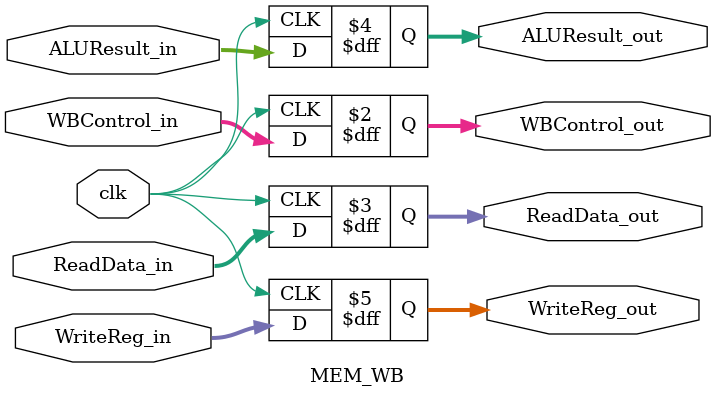
<source format=v>
`timescale 1ns / 1ps
module MEM_WB (
    input         clk,
    input  [1:0]  WBControl_in,    
    input  [31:0] ReadData_in,
    input  [31:0] ALUResult_in,
    input  [4:0]  WriteReg_in,

    output reg [1:0]  WBControl_out,
    output reg [31:0] ReadData_out,
    output reg [31:0] ALUResult_out,
    output reg [4:0]  WriteReg_out
);

    always @(posedge clk) begin
        WBControl_out  <= WBControl_in;
        ReadData_out   <= ReadData_in;
        ALUResult_out  <= ALUResult_in;
        WriteReg_out   <= WriteReg_in;
    end

endmodule


</source>
